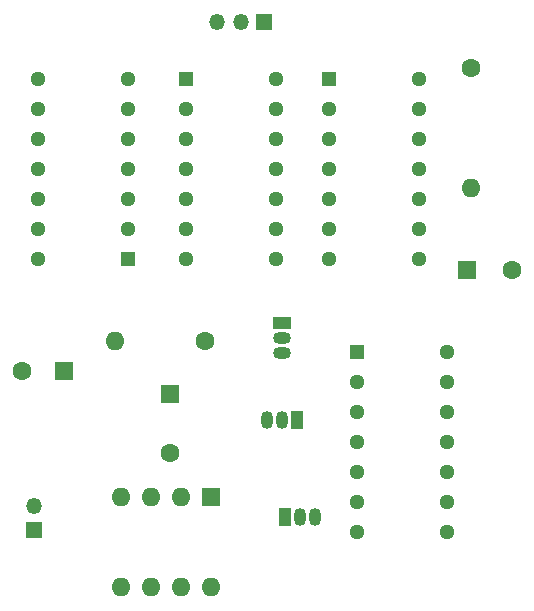
<source format=gbr>
%TF.GenerationSoftware,KiCad,Pcbnew,8.0.6*%
%TF.CreationDate,2024-12-13T16:31:17+05:30*%
%TF.ProjectId,pll1,706c6c31-2e6b-4696-9361-645f70636258,rev?*%
%TF.SameCoordinates,Original*%
%TF.FileFunction,Soldermask,Bot*%
%TF.FilePolarity,Negative*%
%FSLAX46Y46*%
G04 Gerber Fmt 4.6, Leading zero omitted, Abs format (unit mm)*
G04 Created by KiCad (PCBNEW 8.0.6) date 2024-12-13 16:31:17*
%MOMM*%
%LPD*%
G01*
G04 APERTURE LIST*
%ADD10R,1.600000X1.600000*%
%ADD11O,1.600000X1.600000*%
%ADD12R,1.500000X1.050000*%
%ADD13O,1.500000X1.050000*%
%ADD14R,1.050000X1.500000*%
%ADD15O,1.050000X1.500000*%
%ADD16C,1.600000*%
%ADD17R,1.295400X1.295400*%
%ADD18C,1.295400*%
%ADD19R,1.350000X1.350000*%
%ADD20O,1.350000X1.350000*%
G04 APERTURE END LIST*
D10*
%TO.C,U5*%
X139500000Y-80200000D03*
D11*
X136960000Y-80200000D03*
X134420000Y-80200000D03*
X131880000Y-80200000D03*
X131880000Y-87820000D03*
X134420000Y-87820000D03*
X136960000Y-87820000D03*
X139500000Y-87820000D03*
%TD*%
D12*
%TO.C,Q1*%
X145500000Y-65500000D03*
D13*
X145500000Y-66770000D03*
X145500000Y-68040000D03*
%TD*%
D14*
%TO.C,Q2*%
X146770000Y-73640000D03*
D15*
X145500000Y-73640000D03*
X144230000Y-73640000D03*
%TD*%
D10*
%TO.C,C2*%
X136000000Y-71500000D03*
D16*
X136000000Y-76500000D03*
%TD*%
D17*
%TO.C,U4*%
X132500000Y-60080000D03*
D18*
X132500000Y-57540000D03*
X132500000Y-55000000D03*
X132500000Y-52460000D03*
X132500000Y-49920000D03*
X132500000Y-47380000D03*
X132500000Y-44840000D03*
X124880000Y-44840000D03*
X124880000Y-47380000D03*
X124880000Y-49920000D03*
X124880000Y-52460000D03*
X124880000Y-55000000D03*
X124880000Y-57540000D03*
X124880000Y-60080000D03*
%TD*%
D17*
%TO.C,U3*%
X137380000Y-44800000D03*
D18*
X137380000Y-47340000D03*
X137380000Y-49880000D03*
X137380000Y-52420000D03*
X137380000Y-54960000D03*
X137380000Y-57500000D03*
X137380000Y-60040000D03*
X145000000Y-60040000D03*
X145000000Y-57500000D03*
X145000000Y-54960000D03*
X145000000Y-52420000D03*
X145000000Y-49880000D03*
X145000000Y-47340000D03*
X145000000Y-44800000D03*
%TD*%
D16*
%TO.C,R1*%
X161500000Y-43920000D03*
D11*
X161500000Y-54080000D03*
%TD*%
D17*
%TO.C,U2*%
X151880000Y-67920000D03*
D18*
X151880000Y-70460000D03*
X151880000Y-73000000D03*
X151880000Y-75540000D03*
X151880000Y-78080000D03*
X151880000Y-80620000D03*
X151880000Y-83160000D03*
X159500000Y-83160000D03*
X159500000Y-80620000D03*
X159500000Y-78080000D03*
X159500000Y-75540000D03*
X159500000Y-73000000D03*
X159500000Y-70460000D03*
X159500000Y-67920000D03*
%TD*%
D19*
%TO.C,J2*%
X144000000Y-40000000D03*
D20*
X142000000Y-40000000D03*
X140000000Y-40000000D03*
%TD*%
D17*
%TO.C,U1*%
X149500000Y-44840000D03*
D18*
X149500000Y-47380000D03*
X149500000Y-49920000D03*
X149500000Y-52460000D03*
X149500000Y-55000000D03*
X149500000Y-57540000D03*
X149500000Y-60080000D03*
X157120000Y-60080000D03*
X157120000Y-57540000D03*
X157120000Y-55000000D03*
X157120000Y-52460000D03*
X157120000Y-49920000D03*
X157120000Y-47380000D03*
X157120000Y-44840000D03*
%TD*%
D10*
%TO.C,C1*%
X161197349Y-61000000D03*
D16*
X164997349Y-61000000D03*
%TD*%
D14*
%TO.C,Q3*%
X145730000Y-81860000D03*
D15*
X147000000Y-81860000D03*
X148270000Y-81860000D03*
%TD*%
D16*
%TO.C,R2*%
X139000000Y-67000000D03*
D11*
X131380000Y-67000000D03*
%TD*%
D19*
%TO.C,J1*%
X124500000Y-83000000D03*
D20*
X124500000Y-81000000D03*
%TD*%
D10*
%TO.C,C3*%
X127000000Y-69500000D03*
D16*
X123500000Y-69500000D03*
%TD*%
M02*

</source>
